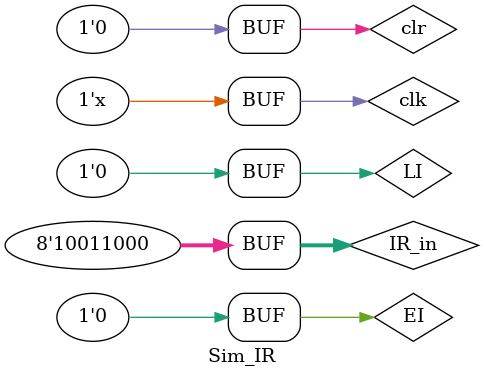
<source format=v>
module IR (LI,EI,clk,clr,IR_in,IR_Add,IR_Op_code);
 input       LI,EI,clk,clr;
 input  [7:0]IR_in;
 output [3:0]IR_Add,IR_Op_code;
 reg [7:0]temp;
 
 always@(posedge clk)
 begin
 if (clr)      temp<=8'b0;
 else if(LI) temp<=IR_in;
 else          temp<=temp;
 end
 
 assign IR_Add=(EI)?temp[3:0]:4'bz;
 assign IR_Op_code =     temp[7:4];
 
 endmodule
 
 //-----testbench-----
 module Sim_IR;
 reg       LI,EI,clk,clr;
 reg  [7:0]IR_in;
 wire [3:0]IR_Add,IR_Op_code;
IR G(LI,EI,clk,clr,IR_in,IR_Add,IR_Op_code);
   initial
   begin
      clk=1'b0; LI=1'b0; EI=1'b0; clr=1'b1; IR_in=8'b1001_1000;// clEIr
#100            LI=1'b1; EI=1'b0; clr=1'b1; IR_in=8'b1001_1000;
#100            LI=1'b1; EI=1'b0; clr=1'b0; IR_in=8'b1001_1000;
#100            LI=1'b0; EI=1'b1; clr=1'b0; IR_in=8'b1001_1000;
#100            LI=1'b0; EI=1'b0; clr=1'b0; IR_in=8'b1001_1000;
   end
   always
   #50 clk=~clk;
   endmodule
</source>
